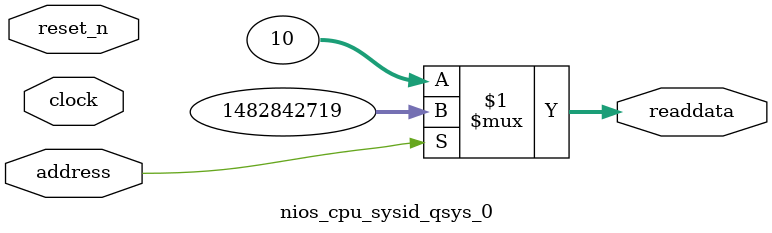
<source format=v>



// synthesis translate_off
`timescale 1ns / 1ps
// synthesis translate_on

// turn off superfluous verilog processor warnings 
// altera message_level Level1 
// altera message_off 10034 10035 10036 10037 10230 10240 10030 

module nios_cpu_sysid_qsys_0 (
               // inputs:
                address,
                clock,
                reset_n,

               // outputs:
                readdata
             )
;

  output  [ 31: 0] readdata;
  input            address;
  input            clock;
  input            reset_n;

  wire    [ 31: 0] readdata;
  //control_slave, which is an e_avalon_slave
  assign readdata = address ? 1482842719 : 10;

endmodule



</source>
